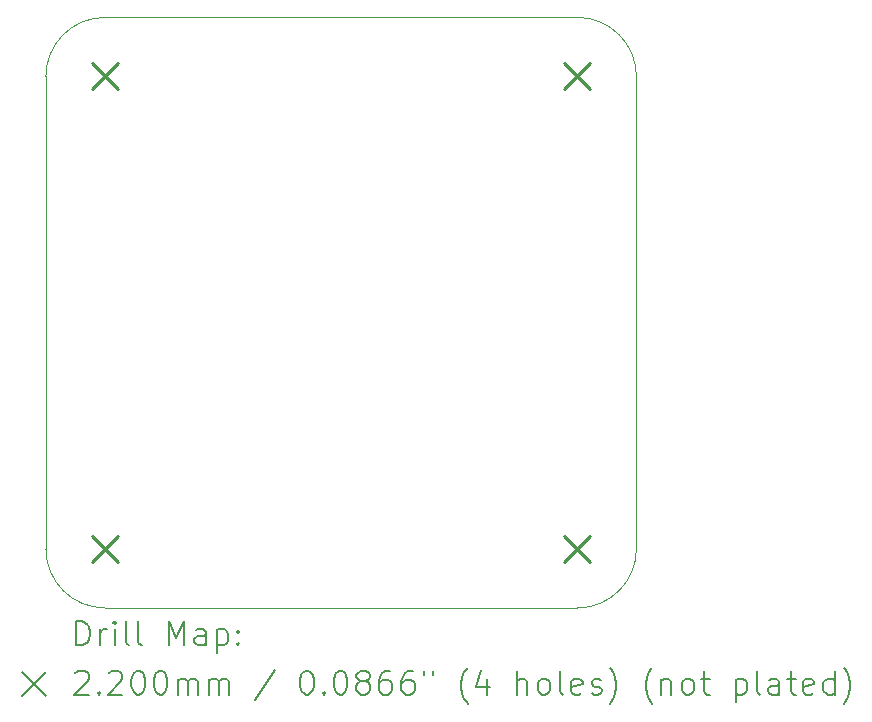
<source format=gbr>
%TF.GenerationSoftware,KiCad,Pcbnew,8.0.1*%
%TF.CreationDate,2025-02-17T13:20:28+05:00*%
%TF.ProjectId,2s_power,32735f70-6f77-4657-922e-6b696361645f,rev?*%
%TF.SameCoordinates,Original*%
%TF.FileFunction,Drillmap*%
%TF.FilePolarity,Positive*%
%FSLAX45Y45*%
G04 Gerber Fmt 4.5, Leading zero omitted, Abs format (unit mm)*
G04 Created by KiCad (PCBNEW 8.0.1) date 2025-02-17 13:20:28*
%MOMM*%
%LPD*%
G01*
G04 APERTURE LIST*
%ADD10C,0.050000*%
%ADD11C,0.200000*%
%ADD12C,0.220000*%
G04 APERTURE END LIST*
D10*
X18500000Y-8000000D02*
G75*
G02*
X19000000Y-8500000I0J-500000D01*
G01*
X14000000Y-8500000D02*
G75*
G02*
X14500000Y-8000000I500000J0D01*
G01*
X14500000Y-8000000D02*
X18500000Y-8000000D01*
X14500000Y-13000000D02*
G75*
G02*
X14000000Y-12500000I0J500000D01*
G01*
X19000000Y-8500000D02*
X19000000Y-12500000D01*
X18500000Y-13000000D02*
X14500000Y-13000000D01*
X19000000Y-12500000D02*
G75*
G02*
X18500000Y-13000000I-500000J0D01*
G01*
X14000000Y-12500000D02*
X14000000Y-8500000D01*
D11*
D12*
X14390000Y-8390000D02*
X14610000Y-8610000D01*
X14610000Y-8390000D02*
X14390000Y-8610000D01*
X14390000Y-12390000D02*
X14610000Y-12610000D01*
X14610000Y-12390000D02*
X14390000Y-12610000D01*
X18390000Y-8390000D02*
X18610000Y-8610000D01*
X18610000Y-8390000D02*
X18390000Y-8610000D01*
X18390000Y-12390000D02*
X18610000Y-12610000D01*
X18610000Y-12390000D02*
X18390000Y-12610000D01*
D11*
X14258277Y-13313984D02*
X14258277Y-13113984D01*
X14258277Y-13113984D02*
X14305896Y-13113984D01*
X14305896Y-13113984D02*
X14334467Y-13123508D01*
X14334467Y-13123508D02*
X14353515Y-13142555D01*
X14353515Y-13142555D02*
X14363039Y-13161603D01*
X14363039Y-13161603D02*
X14372562Y-13199698D01*
X14372562Y-13199698D02*
X14372562Y-13228269D01*
X14372562Y-13228269D02*
X14363039Y-13266365D01*
X14363039Y-13266365D02*
X14353515Y-13285412D01*
X14353515Y-13285412D02*
X14334467Y-13304460D01*
X14334467Y-13304460D02*
X14305896Y-13313984D01*
X14305896Y-13313984D02*
X14258277Y-13313984D01*
X14458277Y-13313984D02*
X14458277Y-13180650D01*
X14458277Y-13218746D02*
X14467801Y-13199698D01*
X14467801Y-13199698D02*
X14477324Y-13190174D01*
X14477324Y-13190174D02*
X14496372Y-13180650D01*
X14496372Y-13180650D02*
X14515420Y-13180650D01*
X14582086Y-13313984D02*
X14582086Y-13180650D01*
X14582086Y-13113984D02*
X14572562Y-13123508D01*
X14572562Y-13123508D02*
X14582086Y-13133031D01*
X14582086Y-13133031D02*
X14591610Y-13123508D01*
X14591610Y-13123508D02*
X14582086Y-13113984D01*
X14582086Y-13113984D02*
X14582086Y-13133031D01*
X14705896Y-13313984D02*
X14686848Y-13304460D01*
X14686848Y-13304460D02*
X14677324Y-13285412D01*
X14677324Y-13285412D02*
X14677324Y-13113984D01*
X14810658Y-13313984D02*
X14791610Y-13304460D01*
X14791610Y-13304460D02*
X14782086Y-13285412D01*
X14782086Y-13285412D02*
X14782086Y-13113984D01*
X15039229Y-13313984D02*
X15039229Y-13113984D01*
X15039229Y-13113984D02*
X15105896Y-13256841D01*
X15105896Y-13256841D02*
X15172562Y-13113984D01*
X15172562Y-13113984D02*
X15172562Y-13313984D01*
X15353515Y-13313984D02*
X15353515Y-13209222D01*
X15353515Y-13209222D02*
X15343991Y-13190174D01*
X15343991Y-13190174D02*
X15324943Y-13180650D01*
X15324943Y-13180650D02*
X15286848Y-13180650D01*
X15286848Y-13180650D02*
X15267801Y-13190174D01*
X15353515Y-13304460D02*
X15334467Y-13313984D01*
X15334467Y-13313984D02*
X15286848Y-13313984D01*
X15286848Y-13313984D02*
X15267801Y-13304460D01*
X15267801Y-13304460D02*
X15258277Y-13285412D01*
X15258277Y-13285412D02*
X15258277Y-13266365D01*
X15258277Y-13266365D02*
X15267801Y-13247317D01*
X15267801Y-13247317D02*
X15286848Y-13237793D01*
X15286848Y-13237793D02*
X15334467Y-13237793D01*
X15334467Y-13237793D02*
X15353515Y-13228269D01*
X15448753Y-13180650D02*
X15448753Y-13380650D01*
X15448753Y-13190174D02*
X15467801Y-13180650D01*
X15467801Y-13180650D02*
X15505896Y-13180650D01*
X15505896Y-13180650D02*
X15524943Y-13190174D01*
X15524943Y-13190174D02*
X15534467Y-13199698D01*
X15534467Y-13199698D02*
X15543991Y-13218746D01*
X15543991Y-13218746D02*
X15543991Y-13275888D01*
X15543991Y-13275888D02*
X15534467Y-13294936D01*
X15534467Y-13294936D02*
X15524943Y-13304460D01*
X15524943Y-13304460D02*
X15505896Y-13313984D01*
X15505896Y-13313984D02*
X15467801Y-13313984D01*
X15467801Y-13313984D02*
X15448753Y-13304460D01*
X15629705Y-13294936D02*
X15639229Y-13304460D01*
X15639229Y-13304460D02*
X15629705Y-13313984D01*
X15629705Y-13313984D02*
X15620182Y-13304460D01*
X15620182Y-13304460D02*
X15629705Y-13294936D01*
X15629705Y-13294936D02*
X15629705Y-13313984D01*
X15629705Y-13190174D02*
X15639229Y-13199698D01*
X15639229Y-13199698D02*
X15629705Y-13209222D01*
X15629705Y-13209222D02*
X15620182Y-13199698D01*
X15620182Y-13199698D02*
X15629705Y-13190174D01*
X15629705Y-13190174D02*
X15629705Y-13209222D01*
X13797500Y-13542500D02*
X13997500Y-13742500D01*
X13997500Y-13542500D02*
X13797500Y-13742500D01*
X14248753Y-13553031D02*
X14258277Y-13543508D01*
X14258277Y-13543508D02*
X14277324Y-13533984D01*
X14277324Y-13533984D02*
X14324943Y-13533984D01*
X14324943Y-13533984D02*
X14343991Y-13543508D01*
X14343991Y-13543508D02*
X14353515Y-13553031D01*
X14353515Y-13553031D02*
X14363039Y-13572079D01*
X14363039Y-13572079D02*
X14363039Y-13591127D01*
X14363039Y-13591127D02*
X14353515Y-13619698D01*
X14353515Y-13619698D02*
X14239229Y-13733984D01*
X14239229Y-13733984D02*
X14363039Y-13733984D01*
X14448753Y-13714936D02*
X14458277Y-13724460D01*
X14458277Y-13724460D02*
X14448753Y-13733984D01*
X14448753Y-13733984D02*
X14439229Y-13724460D01*
X14439229Y-13724460D02*
X14448753Y-13714936D01*
X14448753Y-13714936D02*
X14448753Y-13733984D01*
X14534467Y-13553031D02*
X14543991Y-13543508D01*
X14543991Y-13543508D02*
X14563039Y-13533984D01*
X14563039Y-13533984D02*
X14610658Y-13533984D01*
X14610658Y-13533984D02*
X14629705Y-13543508D01*
X14629705Y-13543508D02*
X14639229Y-13553031D01*
X14639229Y-13553031D02*
X14648753Y-13572079D01*
X14648753Y-13572079D02*
X14648753Y-13591127D01*
X14648753Y-13591127D02*
X14639229Y-13619698D01*
X14639229Y-13619698D02*
X14524943Y-13733984D01*
X14524943Y-13733984D02*
X14648753Y-13733984D01*
X14772562Y-13533984D02*
X14791610Y-13533984D01*
X14791610Y-13533984D02*
X14810658Y-13543508D01*
X14810658Y-13543508D02*
X14820182Y-13553031D01*
X14820182Y-13553031D02*
X14829705Y-13572079D01*
X14829705Y-13572079D02*
X14839229Y-13610174D01*
X14839229Y-13610174D02*
X14839229Y-13657793D01*
X14839229Y-13657793D02*
X14829705Y-13695888D01*
X14829705Y-13695888D02*
X14820182Y-13714936D01*
X14820182Y-13714936D02*
X14810658Y-13724460D01*
X14810658Y-13724460D02*
X14791610Y-13733984D01*
X14791610Y-13733984D02*
X14772562Y-13733984D01*
X14772562Y-13733984D02*
X14753515Y-13724460D01*
X14753515Y-13724460D02*
X14743991Y-13714936D01*
X14743991Y-13714936D02*
X14734467Y-13695888D01*
X14734467Y-13695888D02*
X14724943Y-13657793D01*
X14724943Y-13657793D02*
X14724943Y-13610174D01*
X14724943Y-13610174D02*
X14734467Y-13572079D01*
X14734467Y-13572079D02*
X14743991Y-13553031D01*
X14743991Y-13553031D02*
X14753515Y-13543508D01*
X14753515Y-13543508D02*
X14772562Y-13533984D01*
X14963039Y-13533984D02*
X14982086Y-13533984D01*
X14982086Y-13533984D02*
X15001134Y-13543508D01*
X15001134Y-13543508D02*
X15010658Y-13553031D01*
X15010658Y-13553031D02*
X15020182Y-13572079D01*
X15020182Y-13572079D02*
X15029705Y-13610174D01*
X15029705Y-13610174D02*
X15029705Y-13657793D01*
X15029705Y-13657793D02*
X15020182Y-13695888D01*
X15020182Y-13695888D02*
X15010658Y-13714936D01*
X15010658Y-13714936D02*
X15001134Y-13724460D01*
X15001134Y-13724460D02*
X14982086Y-13733984D01*
X14982086Y-13733984D02*
X14963039Y-13733984D01*
X14963039Y-13733984D02*
X14943991Y-13724460D01*
X14943991Y-13724460D02*
X14934467Y-13714936D01*
X14934467Y-13714936D02*
X14924943Y-13695888D01*
X14924943Y-13695888D02*
X14915420Y-13657793D01*
X14915420Y-13657793D02*
X14915420Y-13610174D01*
X14915420Y-13610174D02*
X14924943Y-13572079D01*
X14924943Y-13572079D02*
X14934467Y-13553031D01*
X14934467Y-13553031D02*
X14943991Y-13543508D01*
X14943991Y-13543508D02*
X14963039Y-13533984D01*
X15115420Y-13733984D02*
X15115420Y-13600650D01*
X15115420Y-13619698D02*
X15124943Y-13610174D01*
X15124943Y-13610174D02*
X15143991Y-13600650D01*
X15143991Y-13600650D02*
X15172563Y-13600650D01*
X15172563Y-13600650D02*
X15191610Y-13610174D01*
X15191610Y-13610174D02*
X15201134Y-13629222D01*
X15201134Y-13629222D02*
X15201134Y-13733984D01*
X15201134Y-13629222D02*
X15210658Y-13610174D01*
X15210658Y-13610174D02*
X15229705Y-13600650D01*
X15229705Y-13600650D02*
X15258277Y-13600650D01*
X15258277Y-13600650D02*
X15277324Y-13610174D01*
X15277324Y-13610174D02*
X15286848Y-13629222D01*
X15286848Y-13629222D02*
X15286848Y-13733984D01*
X15382086Y-13733984D02*
X15382086Y-13600650D01*
X15382086Y-13619698D02*
X15391610Y-13610174D01*
X15391610Y-13610174D02*
X15410658Y-13600650D01*
X15410658Y-13600650D02*
X15439229Y-13600650D01*
X15439229Y-13600650D02*
X15458277Y-13610174D01*
X15458277Y-13610174D02*
X15467801Y-13629222D01*
X15467801Y-13629222D02*
X15467801Y-13733984D01*
X15467801Y-13629222D02*
X15477324Y-13610174D01*
X15477324Y-13610174D02*
X15496372Y-13600650D01*
X15496372Y-13600650D02*
X15524943Y-13600650D01*
X15524943Y-13600650D02*
X15543991Y-13610174D01*
X15543991Y-13610174D02*
X15553515Y-13629222D01*
X15553515Y-13629222D02*
X15553515Y-13733984D01*
X15943991Y-13524460D02*
X15772563Y-13781603D01*
X16201134Y-13533984D02*
X16220182Y-13533984D01*
X16220182Y-13533984D02*
X16239229Y-13543508D01*
X16239229Y-13543508D02*
X16248753Y-13553031D01*
X16248753Y-13553031D02*
X16258277Y-13572079D01*
X16258277Y-13572079D02*
X16267801Y-13610174D01*
X16267801Y-13610174D02*
X16267801Y-13657793D01*
X16267801Y-13657793D02*
X16258277Y-13695888D01*
X16258277Y-13695888D02*
X16248753Y-13714936D01*
X16248753Y-13714936D02*
X16239229Y-13724460D01*
X16239229Y-13724460D02*
X16220182Y-13733984D01*
X16220182Y-13733984D02*
X16201134Y-13733984D01*
X16201134Y-13733984D02*
X16182086Y-13724460D01*
X16182086Y-13724460D02*
X16172563Y-13714936D01*
X16172563Y-13714936D02*
X16163039Y-13695888D01*
X16163039Y-13695888D02*
X16153515Y-13657793D01*
X16153515Y-13657793D02*
X16153515Y-13610174D01*
X16153515Y-13610174D02*
X16163039Y-13572079D01*
X16163039Y-13572079D02*
X16172563Y-13553031D01*
X16172563Y-13553031D02*
X16182086Y-13543508D01*
X16182086Y-13543508D02*
X16201134Y-13533984D01*
X16353515Y-13714936D02*
X16363039Y-13724460D01*
X16363039Y-13724460D02*
X16353515Y-13733984D01*
X16353515Y-13733984D02*
X16343991Y-13724460D01*
X16343991Y-13724460D02*
X16353515Y-13714936D01*
X16353515Y-13714936D02*
X16353515Y-13733984D01*
X16486848Y-13533984D02*
X16505896Y-13533984D01*
X16505896Y-13533984D02*
X16524944Y-13543508D01*
X16524944Y-13543508D02*
X16534467Y-13553031D01*
X16534467Y-13553031D02*
X16543991Y-13572079D01*
X16543991Y-13572079D02*
X16553515Y-13610174D01*
X16553515Y-13610174D02*
X16553515Y-13657793D01*
X16553515Y-13657793D02*
X16543991Y-13695888D01*
X16543991Y-13695888D02*
X16534467Y-13714936D01*
X16534467Y-13714936D02*
X16524944Y-13724460D01*
X16524944Y-13724460D02*
X16505896Y-13733984D01*
X16505896Y-13733984D02*
X16486848Y-13733984D01*
X16486848Y-13733984D02*
X16467801Y-13724460D01*
X16467801Y-13724460D02*
X16458277Y-13714936D01*
X16458277Y-13714936D02*
X16448753Y-13695888D01*
X16448753Y-13695888D02*
X16439229Y-13657793D01*
X16439229Y-13657793D02*
X16439229Y-13610174D01*
X16439229Y-13610174D02*
X16448753Y-13572079D01*
X16448753Y-13572079D02*
X16458277Y-13553031D01*
X16458277Y-13553031D02*
X16467801Y-13543508D01*
X16467801Y-13543508D02*
X16486848Y-13533984D01*
X16667801Y-13619698D02*
X16648753Y-13610174D01*
X16648753Y-13610174D02*
X16639229Y-13600650D01*
X16639229Y-13600650D02*
X16629706Y-13581603D01*
X16629706Y-13581603D02*
X16629706Y-13572079D01*
X16629706Y-13572079D02*
X16639229Y-13553031D01*
X16639229Y-13553031D02*
X16648753Y-13543508D01*
X16648753Y-13543508D02*
X16667801Y-13533984D01*
X16667801Y-13533984D02*
X16705896Y-13533984D01*
X16705896Y-13533984D02*
X16724944Y-13543508D01*
X16724944Y-13543508D02*
X16734467Y-13553031D01*
X16734467Y-13553031D02*
X16743991Y-13572079D01*
X16743991Y-13572079D02*
X16743991Y-13581603D01*
X16743991Y-13581603D02*
X16734467Y-13600650D01*
X16734467Y-13600650D02*
X16724944Y-13610174D01*
X16724944Y-13610174D02*
X16705896Y-13619698D01*
X16705896Y-13619698D02*
X16667801Y-13619698D01*
X16667801Y-13619698D02*
X16648753Y-13629222D01*
X16648753Y-13629222D02*
X16639229Y-13638746D01*
X16639229Y-13638746D02*
X16629706Y-13657793D01*
X16629706Y-13657793D02*
X16629706Y-13695888D01*
X16629706Y-13695888D02*
X16639229Y-13714936D01*
X16639229Y-13714936D02*
X16648753Y-13724460D01*
X16648753Y-13724460D02*
X16667801Y-13733984D01*
X16667801Y-13733984D02*
X16705896Y-13733984D01*
X16705896Y-13733984D02*
X16724944Y-13724460D01*
X16724944Y-13724460D02*
X16734467Y-13714936D01*
X16734467Y-13714936D02*
X16743991Y-13695888D01*
X16743991Y-13695888D02*
X16743991Y-13657793D01*
X16743991Y-13657793D02*
X16734467Y-13638746D01*
X16734467Y-13638746D02*
X16724944Y-13629222D01*
X16724944Y-13629222D02*
X16705896Y-13619698D01*
X16915420Y-13533984D02*
X16877325Y-13533984D01*
X16877325Y-13533984D02*
X16858277Y-13543508D01*
X16858277Y-13543508D02*
X16848753Y-13553031D01*
X16848753Y-13553031D02*
X16829706Y-13581603D01*
X16829706Y-13581603D02*
X16820182Y-13619698D01*
X16820182Y-13619698D02*
X16820182Y-13695888D01*
X16820182Y-13695888D02*
X16829706Y-13714936D01*
X16829706Y-13714936D02*
X16839229Y-13724460D01*
X16839229Y-13724460D02*
X16858277Y-13733984D01*
X16858277Y-13733984D02*
X16896372Y-13733984D01*
X16896372Y-13733984D02*
X16915420Y-13724460D01*
X16915420Y-13724460D02*
X16924944Y-13714936D01*
X16924944Y-13714936D02*
X16934468Y-13695888D01*
X16934468Y-13695888D02*
X16934468Y-13648269D01*
X16934468Y-13648269D02*
X16924944Y-13629222D01*
X16924944Y-13629222D02*
X16915420Y-13619698D01*
X16915420Y-13619698D02*
X16896372Y-13610174D01*
X16896372Y-13610174D02*
X16858277Y-13610174D01*
X16858277Y-13610174D02*
X16839229Y-13619698D01*
X16839229Y-13619698D02*
X16829706Y-13629222D01*
X16829706Y-13629222D02*
X16820182Y-13648269D01*
X17105896Y-13533984D02*
X17067801Y-13533984D01*
X17067801Y-13533984D02*
X17048753Y-13543508D01*
X17048753Y-13543508D02*
X17039229Y-13553031D01*
X17039229Y-13553031D02*
X17020182Y-13581603D01*
X17020182Y-13581603D02*
X17010658Y-13619698D01*
X17010658Y-13619698D02*
X17010658Y-13695888D01*
X17010658Y-13695888D02*
X17020182Y-13714936D01*
X17020182Y-13714936D02*
X17029706Y-13724460D01*
X17029706Y-13724460D02*
X17048753Y-13733984D01*
X17048753Y-13733984D02*
X17086849Y-13733984D01*
X17086849Y-13733984D02*
X17105896Y-13724460D01*
X17105896Y-13724460D02*
X17115420Y-13714936D01*
X17115420Y-13714936D02*
X17124944Y-13695888D01*
X17124944Y-13695888D02*
X17124944Y-13648269D01*
X17124944Y-13648269D02*
X17115420Y-13629222D01*
X17115420Y-13629222D02*
X17105896Y-13619698D01*
X17105896Y-13619698D02*
X17086849Y-13610174D01*
X17086849Y-13610174D02*
X17048753Y-13610174D01*
X17048753Y-13610174D02*
X17029706Y-13619698D01*
X17029706Y-13619698D02*
X17020182Y-13629222D01*
X17020182Y-13629222D02*
X17010658Y-13648269D01*
X17201134Y-13533984D02*
X17201134Y-13572079D01*
X17277325Y-13533984D02*
X17277325Y-13572079D01*
X17572563Y-13810174D02*
X17563039Y-13800650D01*
X17563039Y-13800650D02*
X17543991Y-13772079D01*
X17543991Y-13772079D02*
X17534468Y-13753031D01*
X17534468Y-13753031D02*
X17524944Y-13724460D01*
X17524944Y-13724460D02*
X17515420Y-13676841D01*
X17515420Y-13676841D02*
X17515420Y-13638746D01*
X17515420Y-13638746D02*
X17524944Y-13591127D01*
X17524944Y-13591127D02*
X17534468Y-13562555D01*
X17534468Y-13562555D02*
X17543991Y-13543508D01*
X17543991Y-13543508D02*
X17563039Y-13514936D01*
X17563039Y-13514936D02*
X17572563Y-13505412D01*
X17734468Y-13600650D02*
X17734468Y-13733984D01*
X17686849Y-13524460D02*
X17639230Y-13667317D01*
X17639230Y-13667317D02*
X17763039Y-13667317D01*
X17991611Y-13733984D02*
X17991611Y-13533984D01*
X18077325Y-13733984D02*
X18077325Y-13629222D01*
X18077325Y-13629222D02*
X18067801Y-13610174D01*
X18067801Y-13610174D02*
X18048753Y-13600650D01*
X18048753Y-13600650D02*
X18020182Y-13600650D01*
X18020182Y-13600650D02*
X18001134Y-13610174D01*
X18001134Y-13610174D02*
X17991611Y-13619698D01*
X18201134Y-13733984D02*
X18182087Y-13724460D01*
X18182087Y-13724460D02*
X18172563Y-13714936D01*
X18172563Y-13714936D02*
X18163039Y-13695888D01*
X18163039Y-13695888D02*
X18163039Y-13638746D01*
X18163039Y-13638746D02*
X18172563Y-13619698D01*
X18172563Y-13619698D02*
X18182087Y-13610174D01*
X18182087Y-13610174D02*
X18201134Y-13600650D01*
X18201134Y-13600650D02*
X18229706Y-13600650D01*
X18229706Y-13600650D02*
X18248753Y-13610174D01*
X18248753Y-13610174D02*
X18258277Y-13619698D01*
X18258277Y-13619698D02*
X18267801Y-13638746D01*
X18267801Y-13638746D02*
X18267801Y-13695888D01*
X18267801Y-13695888D02*
X18258277Y-13714936D01*
X18258277Y-13714936D02*
X18248753Y-13724460D01*
X18248753Y-13724460D02*
X18229706Y-13733984D01*
X18229706Y-13733984D02*
X18201134Y-13733984D01*
X18382087Y-13733984D02*
X18363039Y-13724460D01*
X18363039Y-13724460D02*
X18353515Y-13705412D01*
X18353515Y-13705412D02*
X18353515Y-13533984D01*
X18534468Y-13724460D02*
X18515420Y-13733984D01*
X18515420Y-13733984D02*
X18477325Y-13733984D01*
X18477325Y-13733984D02*
X18458277Y-13724460D01*
X18458277Y-13724460D02*
X18448753Y-13705412D01*
X18448753Y-13705412D02*
X18448753Y-13629222D01*
X18448753Y-13629222D02*
X18458277Y-13610174D01*
X18458277Y-13610174D02*
X18477325Y-13600650D01*
X18477325Y-13600650D02*
X18515420Y-13600650D01*
X18515420Y-13600650D02*
X18534468Y-13610174D01*
X18534468Y-13610174D02*
X18543992Y-13629222D01*
X18543992Y-13629222D02*
X18543992Y-13648269D01*
X18543992Y-13648269D02*
X18448753Y-13667317D01*
X18620182Y-13724460D02*
X18639230Y-13733984D01*
X18639230Y-13733984D02*
X18677325Y-13733984D01*
X18677325Y-13733984D02*
X18696373Y-13724460D01*
X18696373Y-13724460D02*
X18705896Y-13705412D01*
X18705896Y-13705412D02*
X18705896Y-13695888D01*
X18705896Y-13695888D02*
X18696373Y-13676841D01*
X18696373Y-13676841D02*
X18677325Y-13667317D01*
X18677325Y-13667317D02*
X18648753Y-13667317D01*
X18648753Y-13667317D02*
X18629706Y-13657793D01*
X18629706Y-13657793D02*
X18620182Y-13638746D01*
X18620182Y-13638746D02*
X18620182Y-13629222D01*
X18620182Y-13629222D02*
X18629706Y-13610174D01*
X18629706Y-13610174D02*
X18648753Y-13600650D01*
X18648753Y-13600650D02*
X18677325Y-13600650D01*
X18677325Y-13600650D02*
X18696373Y-13610174D01*
X18772563Y-13810174D02*
X18782087Y-13800650D01*
X18782087Y-13800650D02*
X18801134Y-13772079D01*
X18801134Y-13772079D02*
X18810658Y-13753031D01*
X18810658Y-13753031D02*
X18820182Y-13724460D01*
X18820182Y-13724460D02*
X18829706Y-13676841D01*
X18829706Y-13676841D02*
X18829706Y-13638746D01*
X18829706Y-13638746D02*
X18820182Y-13591127D01*
X18820182Y-13591127D02*
X18810658Y-13562555D01*
X18810658Y-13562555D02*
X18801134Y-13543508D01*
X18801134Y-13543508D02*
X18782087Y-13514936D01*
X18782087Y-13514936D02*
X18772563Y-13505412D01*
X19134468Y-13810174D02*
X19124944Y-13800650D01*
X19124944Y-13800650D02*
X19105896Y-13772079D01*
X19105896Y-13772079D02*
X19096373Y-13753031D01*
X19096373Y-13753031D02*
X19086849Y-13724460D01*
X19086849Y-13724460D02*
X19077325Y-13676841D01*
X19077325Y-13676841D02*
X19077325Y-13638746D01*
X19077325Y-13638746D02*
X19086849Y-13591127D01*
X19086849Y-13591127D02*
X19096373Y-13562555D01*
X19096373Y-13562555D02*
X19105896Y-13543508D01*
X19105896Y-13543508D02*
X19124944Y-13514936D01*
X19124944Y-13514936D02*
X19134468Y-13505412D01*
X19210658Y-13600650D02*
X19210658Y-13733984D01*
X19210658Y-13619698D02*
X19220182Y-13610174D01*
X19220182Y-13610174D02*
X19239230Y-13600650D01*
X19239230Y-13600650D02*
X19267801Y-13600650D01*
X19267801Y-13600650D02*
X19286849Y-13610174D01*
X19286849Y-13610174D02*
X19296373Y-13629222D01*
X19296373Y-13629222D02*
X19296373Y-13733984D01*
X19420182Y-13733984D02*
X19401134Y-13724460D01*
X19401134Y-13724460D02*
X19391611Y-13714936D01*
X19391611Y-13714936D02*
X19382087Y-13695888D01*
X19382087Y-13695888D02*
X19382087Y-13638746D01*
X19382087Y-13638746D02*
X19391611Y-13619698D01*
X19391611Y-13619698D02*
X19401134Y-13610174D01*
X19401134Y-13610174D02*
X19420182Y-13600650D01*
X19420182Y-13600650D02*
X19448754Y-13600650D01*
X19448754Y-13600650D02*
X19467801Y-13610174D01*
X19467801Y-13610174D02*
X19477325Y-13619698D01*
X19477325Y-13619698D02*
X19486849Y-13638746D01*
X19486849Y-13638746D02*
X19486849Y-13695888D01*
X19486849Y-13695888D02*
X19477325Y-13714936D01*
X19477325Y-13714936D02*
X19467801Y-13724460D01*
X19467801Y-13724460D02*
X19448754Y-13733984D01*
X19448754Y-13733984D02*
X19420182Y-13733984D01*
X19543992Y-13600650D02*
X19620182Y-13600650D01*
X19572563Y-13533984D02*
X19572563Y-13705412D01*
X19572563Y-13705412D02*
X19582087Y-13724460D01*
X19582087Y-13724460D02*
X19601134Y-13733984D01*
X19601134Y-13733984D02*
X19620182Y-13733984D01*
X19839230Y-13600650D02*
X19839230Y-13800650D01*
X19839230Y-13610174D02*
X19858277Y-13600650D01*
X19858277Y-13600650D02*
X19896373Y-13600650D01*
X19896373Y-13600650D02*
X19915420Y-13610174D01*
X19915420Y-13610174D02*
X19924944Y-13619698D01*
X19924944Y-13619698D02*
X19934468Y-13638746D01*
X19934468Y-13638746D02*
X19934468Y-13695888D01*
X19934468Y-13695888D02*
X19924944Y-13714936D01*
X19924944Y-13714936D02*
X19915420Y-13724460D01*
X19915420Y-13724460D02*
X19896373Y-13733984D01*
X19896373Y-13733984D02*
X19858277Y-13733984D01*
X19858277Y-13733984D02*
X19839230Y-13724460D01*
X20048754Y-13733984D02*
X20029706Y-13724460D01*
X20029706Y-13724460D02*
X20020182Y-13705412D01*
X20020182Y-13705412D02*
X20020182Y-13533984D01*
X20210658Y-13733984D02*
X20210658Y-13629222D01*
X20210658Y-13629222D02*
X20201135Y-13610174D01*
X20201135Y-13610174D02*
X20182087Y-13600650D01*
X20182087Y-13600650D02*
X20143992Y-13600650D01*
X20143992Y-13600650D02*
X20124944Y-13610174D01*
X20210658Y-13724460D02*
X20191611Y-13733984D01*
X20191611Y-13733984D02*
X20143992Y-13733984D01*
X20143992Y-13733984D02*
X20124944Y-13724460D01*
X20124944Y-13724460D02*
X20115420Y-13705412D01*
X20115420Y-13705412D02*
X20115420Y-13686365D01*
X20115420Y-13686365D02*
X20124944Y-13667317D01*
X20124944Y-13667317D02*
X20143992Y-13657793D01*
X20143992Y-13657793D02*
X20191611Y-13657793D01*
X20191611Y-13657793D02*
X20210658Y-13648269D01*
X20277325Y-13600650D02*
X20353515Y-13600650D01*
X20305896Y-13533984D02*
X20305896Y-13705412D01*
X20305896Y-13705412D02*
X20315420Y-13724460D01*
X20315420Y-13724460D02*
X20334468Y-13733984D01*
X20334468Y-13733984D02*
X20353515Y-13733984D01*
X20496373Y-13724460D02*
X20477325Y-13733984D01*
X20477325Y-13733984D02*
X20439230Y-13733984D01*
X20439230Y-13733984D02*
X20420182Y-13724460D01*
X20420182Y-13724460D02*
X20410658Y-13705412D01*
X20410658Y-13705412D02*
X20410658Y-13629222D01*
X20410658Y-13629222D02*
X20420182Y-13610174D01*
X20420182Y-13610174D02*
X20439230Y-13600650D01*
X20439230Y-13600650D02*
X20477325Y-13600650D01*
X20477325Y-13600650D02*
X20496373Y-13610174D01*
X20496373Y-13610174D02*
X20505896Y-13629222D01*
X20505896Y-13629222D02*
X20505896Y-13648269D01*
X20505896Y-13648269D02*
X20410658Y-13667317D01*
X20677325Y-13733984D02*
X20677325Y-13533984D01*
X20677325Y-13724460D02*
X20658277Y-13733984D01*
X20658277Y-13733984D02*
X20620182Y-13733984D01*
X20620182Y-13733984D02*
X20601135Y-13724460D01*
X20601135Y-13724460D02*
X20591611Y-13714936D01*
X20591611Y-13714936D02*
X20582087Y-13695888D01*
X20582087Y-13695888D02*
X20582087Y-13638746D01*
X20582087Y-13638746D02*
X20591611Y-13619698D01*
X20591611Y-13619698D02*
X20601135Y-13610174D01*
X20601135Y-13610174D02*
X20620182Y-13600650D01*
X20620182Y-13600650D02*
X20658277Y-13600650D01*
X20658277Y-13600650D02*
X20677325Y-13610174D01*
X20753516Y-13810174D02*
X20763039Y-13800650D01*
X20763039Y-13800650D02*
X20782087Y-13772079D01*
X20782087Y-13772079D02*
X20791611Y-13753031D01*
X20791611Y-13753031D02*
X20801135Y-13724460D01*
X20801135Y-13724460D02*
X20810658Y-13676841D01*
X20810658Y-13676841D02*
X20810658Y-13638746D01*
X20810658Y-13638746D02*
X20801135Y-13591127D01*
X20801135Y-13591127D02*
X20791611Y-13562555D01*
X20791611Y-13562555D02*
X20782087Y-13543508D01*
X20782087Y-13543508D02*
X20763039Y-13514936D01*
X20763039Y-13514936D02*
X20753516Y-13505412D01*
M02*

</source>
